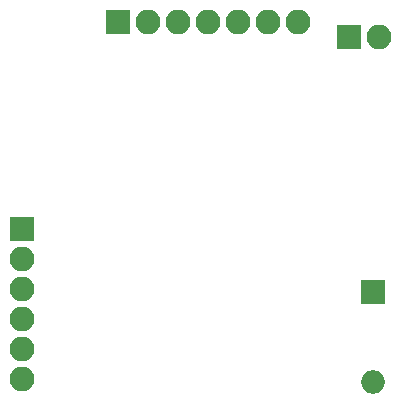
<source format=gbs>
G04 #@! TF.GenerationSoftware,KiCad,Pcbnew,(5.0.0-3-g5ebb6b6)*
G04 #@! TF.CreationDate,2018-11-09T10:28:32+01:00*
G04 #@! TF.ProjectId,WifiModem_IIC+,576966694D6F64656D5F4949432B2E6B,rev?*
G04 #@! TF.SameCoordinates,Original*
G04 #@! TF.FileFunction,Soldermask,Bot*
G04 #@! TF.FilePolarity,Negative*
%FSLAX46Y46*%
G04 Gerber Fmt 4.6, Leading zero omitted, Abs format (unit mm)*
G04 Created by KiCad (PCBNEW (5.0.0-3-g5ebb6b6)) date Friday, 09 November 2018 at 10:28:32*
%MOMM*%
%LPD*%
G01*
G04 APERTURE LIST*
%ADD10O,2.100000X2.100000*%
%ADD11R,2.100000X2.100000*%
%ADD12O,2.000000X2.000000*%
%ADD13R,2.000000X2.000000*%
G04 APERTURE END LIST*
D10*
G04 #@! TO.C,J2*
X112268000Y-81534000D03*
X112268000Y-78994000D03*
X112268000Y-76454000D03*
X112268000Y-73914000D03*
X112268000Y-71374000D03*
D11*
X112268000Y-68834000D03*
G04 #@! TD*
D12*
G04 #@! TO.C,SW2*
X141986000Y-81788000D03*
D13*
X141986000Y-74168000D03*
G04 #@! TD*
D11*
G04 #@! TO.C,J5*
X139954000Y-52578000D03*
D10*
X142494000Y-52578000D03*
G04 #@! TD*
G04 #@! TO.C,J3*
X135636000Y-51308000D03*
X133096000Y-51308000D03*
X130556000Y-51308000D03*
X128016000Y-51308000D03*
X125476000Y-51308000D03*
X122936000Y-51308000D03*
D11*
X120396000Y-51308000D03*
G04 #@! TD*
M02*

</source>
